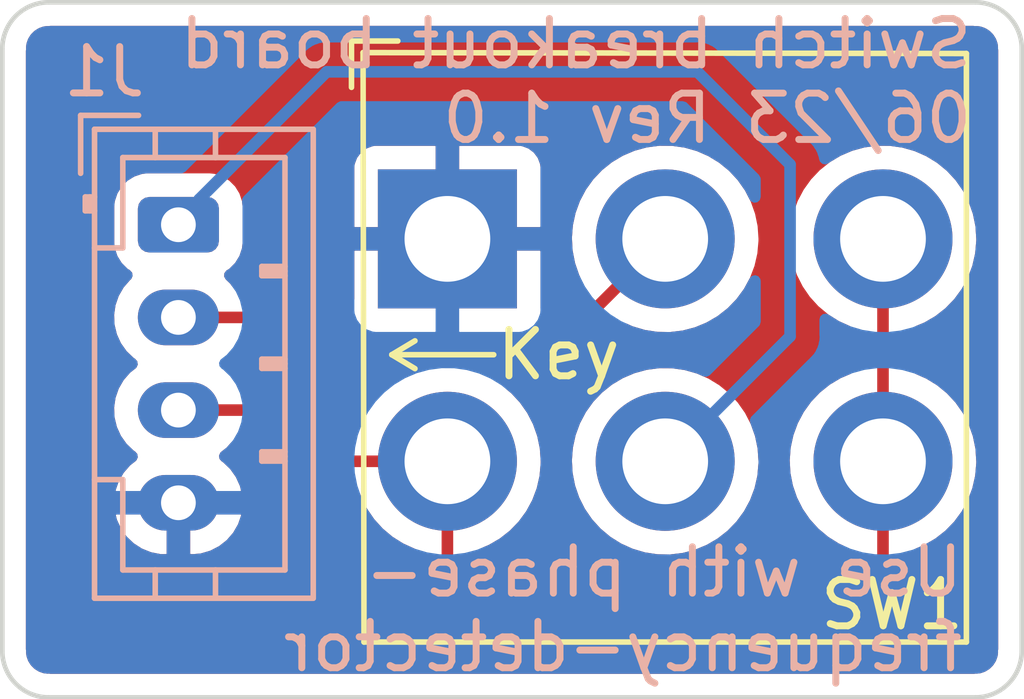
<source format=kicad_pcb>
(kicad_pcb (version 20211014) (generator pcbnew)
  (title_block (title "switch breakout board") (date "2023-06-20") (rev "1.0") (company "APQ") (comment 1 "Tilman Preuschoff"))
  (layers (0 "F.Cu" signal) (31 "B.Cu" signal) (34 "B.Paste" user) (35 "F.Paste" user) (36 "B.SilkS" user "B.Silkscreen") (37 "F.SilkS" user "F.Silkscreen") (38 "B.Mask" user) (39 "F.Mask" user) (44 "Edge.Cuts" user))
  (net 0 "")
  (net 1 "Net-(J1-Pad1)")
  (net 2 "Net-(J1-Pad2)")
  (net 3 "Net-(J1-Pad3)")
  (net 4 "GND")
  (footprint "footprints:SW_2P2T_Toggle_NKK_M2023SS4W03" (layer "F.Cu") (at 125.305 82.805)
    (fp_text reference "SW1" (at 8.895 10.195) (layer "F.SilkS"))
    (fp_text value "SW_DPDT")
    (fp_text user "Key" (at 1.7 4.8 unlocked) (layer "F.SilkS"))
    (fp_line (start -2.77 -0.97) (end -2.77 -1.97) (layer "F.SilkS") (width 0.12))
    (fp_line (start 10.5 11) (end 10.5 -1.7) (layer "F.SilkS") (width 0.12))
    (fp_line (start -1.77 -1.97) (end -2.77 -1.97) (layer "F.SilkS") (width 0.12))
    (fp_line (start -2.5 11) (end -2.52 -1.72) (layer "F.SilkS") (width 0.12))
    (fp_line (start -1.9 4.8) (end -1.4 4.5) (layer "F.SilkS") (width 0.12))
    (fp_line (start 10.5 -1.7) (end -2.52 -1.72) (layer "F.SilkS") (width 0.12))
    (fp_line (start 0.3 4.8) (end -1.9 4.8) (layer "F.SilkS") (width 0.12))
    (fp_line (start -1.9 4.8) (end -1.4 5.1) (layer "F.SilkS") (width 0.12))
    (fp_line (start 10.5 11) (end -2.5 11) (layer "F.SilkS") (width 0.12))
    (pad "1" thru_hole rect (at -0.7 2.3) (size 3 3) (drill 1.85) (layers *.Cu *.Mask) (net 4 "GND"))
    (pad "2" thru_hole circle (at 4 2.3) (size 3 3) (drill 1.85) (layers *.Cu *.Mask) (net 2 "Net-(J1-Pad2)"))
    (pad "3" thru_hole circle (at 8.7 2.3) (size 3 3) (drill 1.85) (layers *.Cu *.Mask) (net 3 "Net-(J1-Pad3)"))
    (pad "4" thru_hole circle (at -0.7 7.1) (size 3 3) (drill 1.85) (layers *.Cu *.Mask) (net 3 "Net-(J1-Pad3)"))
    (pad "5" thru_hole circle (at 4 7.1) (size 3 3) (drill 1.85) (layers *.Cu *.Mask) (net 1 "Net-(J1-Pad1)"))
    (pad "6" thru_hole circle (at 8.7 7.1) (size 3 3) (drill 1.85) (layers *.Cu *.Mask) (net 3 "Net-(J1-Pad3)"))
  )
  (footprint "Connector_JST:JST_PH_B4B-PH-K_1x04_P2.00mm_Vertical" (layer "B.Cu") (at 118.8 84.8 -90)
    (fp_text reference "J1" (at -3.3 1.6) (layer "B.SilkS") (effects (justify mirror)))
    (fp_text value "Switch")
    (fp_line (start 8.06 0.5) (end 7.45 0.5) (layer "B.SilkS") (width 0.12))
    (fp_line (start -0.3 1.91) (end -0.6 1.91) (layer "B.SilkS") (width 0.12))
    (fp_line (start 5.1 -1.8) (end 5.1 -2.3) (layer "B.SilkS") (width 0.12))
    (fp_line (start -0.3 1.81) (end -0.3 2.01) (layer "B.SilkS") (width 0.12))
    (fp_line (start 4.9 -1.8) (end 5.1 -1.8) (layer "B.SilkS") (width 0.12))
    (fp_line (start 0.5 1.2) (end -1.45 1.2) (layer "B.SilkS") (width 0.12))
    (fp_line (start -1.45 1.2) (end -1.45 -2.3) (layer "B.SilkS") (width 0.12))
    (fp_line (start 7.45 1.2) (end 5.5 1.2) (layer "B.SilkS") (width 0.12))
    (fp_line (start -2.36 2.11) (end -2.36 0.86) (layer "B.SilkS") (width 0.12))
    (fp_line (start -2.06 1.81) (end -2.06 -2.91) (layer "B.SilkS") (width 0.12))
    (fp_line (start -1.45 -2.3) (end 7.45 -2.3) (layer "B.SilkS") (width 0.12))
    (fp_line (start 2.9 -2.3) (end 2.9 -1.8) (layer "B.SilkS") (width 0.12))
    (fp_line (start 3 -2.3) (end 3 -1.8) (layer "B.SilkS") (width 0.12))
    (fp_line (start 1 -2.3) (end 1 -1.8) (layer "B.SilkS") (width 0.12))
    (fp_line (start 8.06 1.81) (end -2.06 1.81) (layer "B.SilkS") (width 0.12))
    (fp_line (start 2.9 -1.8) (end 3.1 -1.8) (layer "B.SilkS") (width 0.12))
    (fp_line (start 0.9 -2.3) (end 0.9 -1.8) (layer "B.SilkS") (width 0.12))
    (fp_line (start 5.5 1.2) (end 5.5 1.81) (layer "B.SilkS") (width 0.12))
    (fp_line (start -2.06 -2.91) (end 8.06 -2.91) (layer "B.SilkS") (width 0.12))
    (fp_line (start -2.06 0.5) (end -1.45 0.5) (layer "B.SilkS") (width 0.12))
    (fp_line (start 7.45 -2.3) (end 7.45 1.2) (layer "B.SilkS") (width 0.12))
    (fp_line (start 1.1 -1.8) (end 1.1 -2.3) (layer "B.SilkS") (width 0.12))
    (fp_line (start -0.6 2.01) (end -0.6 1.81) (layer "B.SilkS") (width 0.12))
    (fp_line (start 8.06 -2.91) (end 8.06 1.81) (layer "B.SilkS") (width 0.12))
    (fp_line (start 4.9 -2.3) (end 4.9 -1.8) (layer "B.SilkS") (width 0.12))
    (fp_line (start -2.06 -0.8) (end -1.45 -0.8) (layer "B.SilkS") (width 0.12))
    (fp_line (start 0.5 1.81) (end 0.5 1.2) (layer "B.SilkS") (width 0.12))
    (fp_line (start 8.06 -0.8) (end 7.45 -0.8) (layer "B.SilkS") (width 0.12))
    (fp_line (start -0.3 2.01) (end -0.6 2.01) (layer "B.SilkS") (width 0.12))
    (fp_line (start 3.1 -1.8) (end 3.1 -2.3) (layer "B.SilkS") (width 0.12))
    (fp_line (start 0.9 -1.8) (end 1.1 -1.8) (layer "B.SilkS") (width 0.12))
    (fp_line (start -1.11 2.11) (end -2.36 2.11) (layer "B.SilkS") (width 0.12))
    (fp_line (start 5 -2.3) (end 5 -1.8) (layer "B.SilkS") (width 0.12))
    (pad "1" thru_hole roundrect (at 0 0 270) (size 1.2 1.75) (drill 0.75) (layers *.Cu *.Mask) (roundrect_rratio 0.208333) (net 1 "Net-(J1-Pad1)"))
    (pad "2" thru_hole oval (at 2 0 270) (size 1.2 1.75) (drill 0.75) (layers *.Cu *.Mask) (net 2 "Net-(J1-Pad2)"))
    (pad "3" thru_hole oval (at 4 0 270) (size 1.2 1.75) (drill 0.75) (layers *.Cu *.Mask) (net 3 "Net-(J1-Pad3)"))
    (pad "4" thru_hole oval (at 6 0 270) (size 1.2 1.75) (drill 0.75) (layers *.Cu *.Mask) (net 4 "GND"))
  )
  (gr_arc (start 115 81) (mid 115.292893 80.292893) (end 116 80) (layer "Edge.Cuts") (width 0.1))
  (gr_arc (start 136 80) (mid 136.707107 80.292893) (end 137 81) (layer "Edge.Cuts") (width 0.1))
  (gr_arc (start 137 94) (mid 136.707107 94.707107) (end 136 95) (layer "Edge.Cuts") (width 0.1))
  (gr_arc (start 116 95) (mid 115.292893 94.707107) (end 115 94) (layer "Edge.Cuts") (width 0.1))
  (gr_line (start 116 80) (end 136 80) (layer "Edge.Cuts") (width 0.1))
  (gr_line (start 115 81) (end 115 94) (layer "Edge.Cuts") (width 0.1))
  (gr_line (start 116 95) (end 136 95) (layer "Edge.Cuts") (width 0.1))
  (gr_line (start 137 94) (end 137 81) (layer "Edge.Cuts") (width 0.1))
  (gr_text "Switch breakout board\n06/23 Rev 1.0" (at 136 81.7) (layer "B.SilkS") (effects (font (size 1 1)) (justify left mirror)))
  (gr_text "Use with phase-\nfrequency-detector" (at 135.8 93.1) (layer "B.SilkS") (effects (font (size 1 1)) (justify left mirror)))
  (segment (start 119.25 84.8) (end 119.25 84.25) (width 0.25) (layer "B.Cu") (net 1))
  (segment (start 119.25 84.25) (end 122 81.5) (width 0.25) (layer "B.Cu") (net 1))
  (segment (start 122 81.5) (end 130 81.5) (width 0.25) (layer "B.Cu") (net 1))
  (segment (start 132 83.5) (end 132 87.21) (width 0.25) (layer "B.Cu") (net 1))
  (segment (start 132 87.21) (end 129.305 89.905) (width 0.25) (layer "B.Cu") (net 1))
  (segment (start 130 81.5) (end 132 83.5) (width 0.25) (layer "B.Cu") (net 1))
  (segment (start 119.25 86.8) (end 121.8 86.8) (width 0.25) (layer "F.Cu") (net 2))
  (segment (start 122.5 87.5) (end 127 87.5) (width 0.25) (layer "F.Cu") (net 2))
  (segment (start 127 87.41) (end 129.305 85.105) (width 0.25) (layer "F.Cu") (net 2))
  (segment (start 127 87.5) (end 127 87.41) (width 0.25) (layer "F.Cu") (net 2))
  (segment (start 121.8 86.8) (end 122.5 87.5) (width 0.25) (layer "F.Cu") (net 2))
  (segment (start 134.005 89.905) (end 134.005 85.105) (width 0.25) (layer "F.Cu") (net 3))
  (segment (start 119.25 88.8) (end 120.3 88.8) (width 0.25) (layer "F.Cu") (net 3))
  (segment (start 124.605 89.905) (end 124.605 92.105) (width 0.25) (layer "F.Cu") (net 3))
  (segment (start 121.5 89.9) (end 121.505 89.905) (width 0.25) (layer "F.Cu") (net 3))
  (segment (start 125.5 93) (end 133 93) (width 0.25) (layer "F.Cu") (net 3))
  (segment (start 120.3 88.8) (end 121.4 89.9) (width 0.25) (layer "F.Cu") (net 3))
  (segment (start 134.005 91.995) (end 134.005 89.905) (width 0.25) (layer "F.Cu") (net 3))
  (segment (start 133 93) (end 134.005 91.995) (width 0.25) (layer "F.Cu") (net 3))
  (segment (start 121.4 89.9) (end 121.5 89.9) (width 0.25) (layer "F.Cu") (net 3))
  (segment (start 124.605 92.105) (end 125.5 93) (width 0.25) (layer "F.Cu") (net 3))
  (segment (start 121.505 89.905) (end 124.605 89.905) (width 0.25) (layer "F.Cu") (net 3))
  (zone (net 4) (net_name "GND") (layers F&B.Cu) (connect_pads (clearance 0.508)) (min_thickness 0.254) (fill yes (thermal_gap 0.508) (thermal_bridge_width 0.508))
    (polygon (pts (xy 137 95) (xy 115 95) (xy 115 80) (xy 137 80)))
  )
)
</source>
